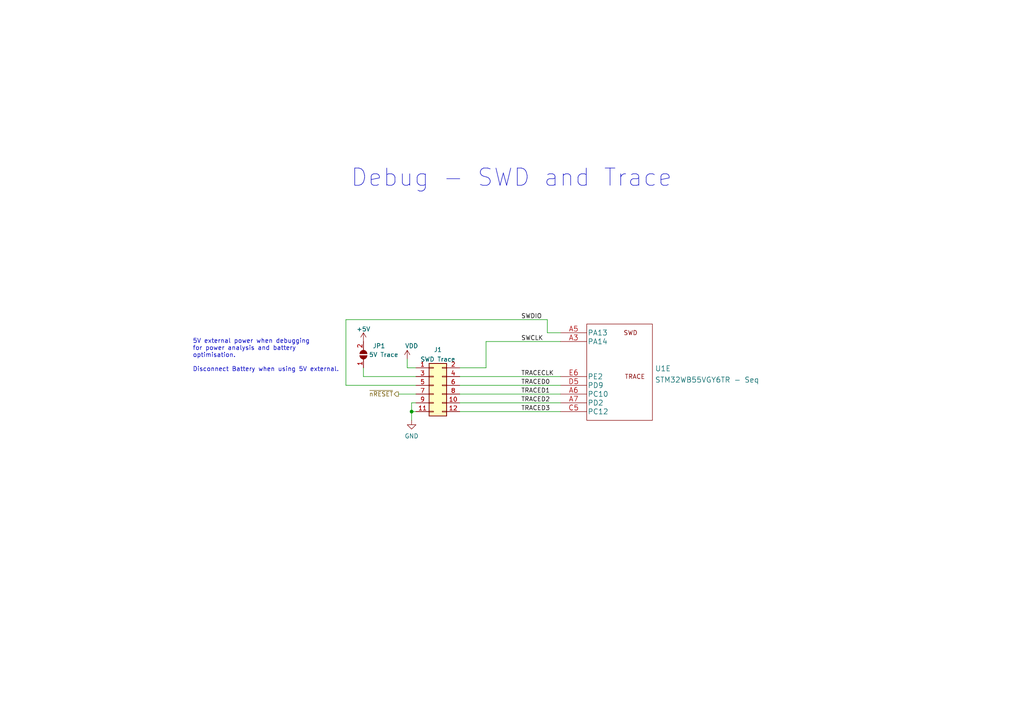
<source format=kicad_sch>
(kicad_sch (version 20211123) (generator eeschema)
  (paper "A4")
  (title_block (title "TekTag BioSensor") (date "2023-05-18") (rev "0.2 alpha") (company "© 2023 TekLabs Digital Pty Ltd") (comment 1 "Designed by Trevor Attema") (comment 2 "MIT License "))
  (lib_symbols
    (symbol "Connector_Generic:Conn_02x06_Odd_Even" (pin_names (offset 1.016) hide)
      (property "Reference" "J" (at 1.27 7.62 0))
      (property "Value" "Conn_02x06_Odd_Even" (at 1.27 -10.16 0))
      (symbol "Conn_02x06_Odd_Even_1_1"
        (rectangle (start -1.27 -7.493) (end 0 -7.747) (stroke (width 0.1524)))
        (rectangle (start -1.27 -4.953) (end 0 -5.207) (stroke (width 0.1524)))
        (rectangle (start -1.27 -2.413) (end 0 -2.667) (stroke (width 0.1524)))
        (rectangle (start -1.27 0.127) (end 0 -0.127) (stroke (width 0.1524)))
        (rectangle (start -1.27 2.667) (end 0 2.413) (stroke (width 0.1524)))
        (rectangle (start -1.27 5.207) (end 0 4.953) (stroke (width 0.1524)))
        (rectangle (start -1.27 6.35) (end 3.81 -8.89) (stroke (width 0.254)) (fill (type background)))
        (rectangle (start 3.81 -7.493) (end 2.54 -7.747) (stroke (width 0.1524)))
        (rectangle (start 3.81 -4.953) (end 2.54 -5.207) (stroke (width 0.1524)))
        (rectangle (start 3.81 -2.413) (end 2.54 -2.667) (stroke (width 0.1524)))
        (rectangle (start 3.81 0.127) (end 2.54 -0.127) (stroke (width 0.1524)))
        (rectangle (start 3.81 2.667) (end 2.54 2.413) (stroke (width 0.1524)))
        (rectangle (start 3.81 5.207) (end 2.54 4.953) (stroke (width 0.1524)))
        (pin passive line (at -5.08 5.08 0) (length 3.81) (name "Pin_1") (number "1"))
        (pin passive line (at 7.62 -5.08 180) (length 3.81) (name "Pin_10") (number "10"))
        (pin passive line (at -5.08 -7.62 0) (length 3.81) (name "Pin_11") (number "11"))
        (pin passive line (at 7.62 -7.62 180) (length 3.81) (name "Pin_12") (number "12"))
        (pin passive line (at 7.62 5.08 180) (length 3.81) (name "Pin_2") (number "2"))
        (pin passive line (at -5.08 2.54 0) (length 3.81) (name "Pin_3") (number "3"))
        (pin passive line (at 7.62 2.54 180) (length 3.81) (name "Pin_4") (number "4"))
        (pin passive line (at -5.08 0 0) (length 3.81) (name "Pin_5") (number "5"))
        (pin passive line (at 7.62 0 180) (length 3.81) (name "Pin_6") (number "6"))
        (pin passive line (at -5.08 -2.54 0) (length 3.81) (name "Pin_7") (number "7"))
        (pin passive line (at 7.62 -2.54 180) (length 3.81) (name "Pin_8") (number "8"))
        (pin passive line (at -5.08 -5.08 0) (length 3.81) (name "Pin_9") (number "9"))
      )
    )
    (symbol "Jumper:SolderJumper_2_Open" (pin_names (offset 0) hide)
      (property "Reference" "JP" (at 0 2.032 0))
      (property "Value" "SolderJumper_2_Open" (at 0 -2.54 0))
      (symbol "SolderJumper_2_Open_0_1"
        (arc (start -0.254 1.016) (mid -1.27 0) (end -0.254 -1.016))
        (arc (start -0.254 1.016) (mid -1.27 0) (end -0.254 -1.016) (fill (type outline)))
        (polyline (pts (xy -0.254 1.016) (xy -0.254 -1.016)))
        (polyline (pts (xy 0.254 1.016) (xy 0.254 -1.016)))
        (arc (start 0.254 -1.016) (mid 1.27 0) (end 0.254 1.016))
        (arc (start 0.254 -1.016) (mid 1.27 0) (end 0.254 1.016) (fill (type outline)))
      )
      (symbol "SolderJumper_2_Open_1_1"
        (pin passive line (at -3.81 0 0) (length 2.54) (name "A") (number "1"))
        (pin passive line (at 3.81 0 180) (length 2.54) (name "B") (number "2"))
      )
    )
    (symbol "TekLabs:STM32WB55VGY6TR - Seq" (pin_names (offset 0.254))
      (property "Reference" "U" (at 7.62 1.27 0))
      (property "Value" "STM32WB55VGY6TR - Seq" (at 21.59 5.08 0))
      (symbol "STM32WB55VGY6TR - Seq_1_1"
        (rectangle (start 7.62 -1.27) (end 46.99 -116.84) (stroke (width 0.1524)))
        (text "GPIO" (at 41.91 -114.3 0) (effects (font (size 1.27 1.27))))
        (pin bidirectional line (at 0 -3.81 0) (length 7.62) (name "PA11") (number "A1"))
        (pin bidirectional line (at 0 -6.35 0) (length 7.62) (name "PA12") (number "A2"))
        (pin bidirectional line (at 0 -11.43 0) (length 7.62) (name "PA15") (number "A4"))
        (pin bidirectional line (at 0 -21.59 0) (length 7.62) (name "PD7") (number "A8"))
        (pin bidirectional line (at 0 -24.13 0) (length 7.62) (name "PB3") (number "A9"))
        (pin bidirectional line (at 0 -44.45 0) (length 7.62) (name "PE1") (number "B10"))
        (pin bidirectional line (at 0 -29.21 0) (length 7.62) (name "PC9") (number "B4"))
        (pin bidirectional line (at 0 -31.75 0) (length 7.62) (name "PA10") (number "B5"))
        (pin bidirectional line (at 0 -34.29 0) (length 7.62) (name "PC11") (number "B6"))
        (pin bidirectional line (at 0 -36.83 0) (length 7.62) (name "PD5") (number "B7"))
        (pin bidirectional line (at 0 -39.37 0) (length 7.62) (name "PD12") (number "B8"))
        (pin bidirectional line (at 0 -46.99 0) (length 7.62) (name "PB13") (number "C1"))
        (pin bidirectional line (at 0 -49.53 0) (length 7.62) (name "PD3") (number "C2"))
        (pin bidirectional line (at 0 -52.07 0) (length 7.62) (name "PD1") (number "C3"))
        (pin bidirectional line (at 0 -54.61 0) (length 7.62) (name "PD0") (number "C4"))
        (pin bidirectional line (at 0 -59.69 0) (length 7.62) (name "PD6") (number "C6"))
        (pin bidirectional line (at 0 -62.23 0) (length 7.62) (name "PB4") (number "C7"))
        (pin bidirectional line (at 0 -64.77 0) (length 7.62) (name "PE0") (number "C8"))
        (pin bidirectional line (at 0 -67.31 0) (length 7.62) (name "PD13") (number "C9"))
        (pin bidirectional line (at 0 -72.39 0) (length 7.62) (name "PC6") (number "D2"))
        (pin bidirectional line (at 0 -74.93 0) (length 7.62) (name "PD4") (number "D3"))
        (pin bidirectional line (at 0 -77.47 0) (length 7.62) (name "PD8") (number "D4"))
        (pin bidirectional line (at 0 -82.55 0) (length 7.62) (name "PB5") (number "D6"))
        (pin bidirectional line (at 0 -85.09 0) (length 7.62) (name "PB7") (number "D7"))
        (pin bidirectional line (at 0 -87.63 0) (length 7.62) (name "PD14") (number "D8"))
        (pin bidirectional line (at 0 -113.03 0) (length 7.62) (name "PH0") (number "E10"))
        (pin bidirectional line (at 0 -92.71 0) (length 7.62) (name "PB14") (number "E2"))
        (pin bidirectional line (at 0 -95.25 0) (length 7.62) (name "PC7") (number "E3"))
        (pin bidirectional line (at 0 -97.79 0) (length 7.62) (name "PD10") (number "E4"))
        (pin bidirectional line (at 0 -100.33 0) (length 7.62) (name "PD11") (number "E5"))
        (pin bidirectional line (at 0 -105.41 0) (length 7.62) (name "PD15") (number "E7"))
        (pin bidirectional line (at 0 -110.49 0) (length 7.62) (name "PH1") (number "E9"))
        (pin bidirectional line (at 54.61 -81.28 180) (length 7.62) (name "PB9") (number "F10"))
        (pin bidirectional line (at 54.61 -99.06 180) (length 7.62) (name "PB15") (number "F3"))
        (pin bidirectional line (at 54.61 -96.52 180) (length 7.62) (name "PC8") (number "F4"))
        (pin bidirectional line (at 54.61 -93.98 180) (length 7.62) (name "PB6") (number "F5"))
        (pin bidirectional line (at 54.61 -91.44 180) (length 7.62) (name "PA2") (number "F6"))
        (pin bidirectional line (at 54.61 -88.9 180) (length 7.62) (name "PB8") (number "F7"))
        (pin bidirectional line (at 54.61 -86.36 180) (length 7.62) (name "PC0") (number "F8"))
        (pin power_in line (at 54.61 -76.2 180) (length 7.62) (name "PE4") (number "G1"))
        (pin bidirectional line (at 54.61 -53.34 180) (length 7.62) (name "PC3") (number "G10"))
        (pin bidirectional line (at 54.61 -73.66 180) (length 7.62) (name "PE3") (number "G2"))
        (pin bidirectional line (at 54.61 -71.12 180) (length 7.62) (name "PB12") (number "G3"))
        (pin bidirectional line (at 54.61 -68.58 180) (length 7.62) (name "PC4") (number "G4"))
        (pin bidirectional line (at 54.61 -66.04 180) (length 7.62) (name "PC13") (number "G5"))
        (pin bidirectional line (at 54.61 -63.5 180) (length 7.62) (name "PA1") (number "G6"))
        (pin bidirectional line (at 54.61 -60.96 180) (length 7.62) (name "PA0") (number "G7"))
        (pin bidirectional line (at 54.61 -58.42 180) (length 7.62) (name "PC1") (number "G8"))
        (pin bidirectional line (at 54.61 -55.88 180) (length 7.62) (name "PC2") (number "G9"))
        (pin bidirectional line (at 54.61 -48.26 180) (length 7.62) (name "PB1") (number "H1"))
        (pin bidirectional line (at 54.61 -43.18 180) (length 7.62) (name "PC5") (number "H5"))
        (pin bidirectional line (at 54.61 -40.64 180) (length 7.62) (name "PA7") (number "H6"))
        (pin bidirectional line (at 54.61 -38.1 180) (length 7.62) (name "PA6") (number "H7"))
        (pin bidirectional line (at 54.61 -31.75 180) (length 7.62) (name "PB11") (number "J6"))
        (pin bidirectional line (at 54.61 -29.21 180) (length 7.62) (name "PA8") (number "J7"))
        (pin bidirectional line (at 54.61 -26.67 180) (length 7.62) (name "PA3") (number "J8"))
        (pin bidirectional line (at 54.61 -3.81 180) (length 7.62) (name "PA4") (number "K10"))
        (pin bidirectional line (at 54.61 -13.97 180) (length 7.62) (name "PB10") (number "K6"))
        (pin bidirectional line (at 54.61 -11.43 180) (length 7.62) (name "PB2") (number "K7"))
        (pin bidirectional line (at 54.61 -8.89 180) (length 7.62) (name "PA9") (number "K8"))
        (pin bidirectional line (at 54.61 -6.35 180) (length 7.62) (name "PA5") (number "K9"))
      )
      (symbol "STM32WB55VGY6TR - Seq_2_1"
        (rectangle (start 7.62 -1.27) (end 33.02 -54.61) (stroke (width 0.1524)))
        (text "Power" (at 29.21 -52.07 0) (effects (font (size 1.27 1.27))))
        (pin power_in line (at 0 -5.08 0) (length 7.62) (name "VDD") (number "A10"))
        (pin power_in line (at 0 -7.62 0) (length 7.62) (name "VDD") (number "B1"))
        (pin power_in line (at 0 -44.45 0) (length 7.62) (name "VSS") (number "B2"))
        (pin power_in line (at 0 -22.86 0) (length 7.62) (name "VDDUSB") (number "B3"))
        (pin power_in line (at 0 -46.99 0) (length 7.62) (name "VSS") (number "B9"))
        (pin power_in line (at 0 -17.78 0) (length 7.62) (name "VBAT") (number "C10"))
        (pin power_in line (at 0 -36.83 0) (length 7.62) (name "VSSA") (number "H10"))
        (pin power_in line (at 0 -29.21 0) (length 7.62) (name "VREF+") (number "H8"))
        (pin power_in line (at 0 -33.02 0) (length 7.62) (name "VDDA") (number "H9"))
        (pin power_in line (at 0 -10.16 0) (length 7.62) (name "VDD") (number "J10"))
        (pin power_in line (at 40.64 -5.08 180) (length 7.62) (name "VDDRF") (number "J3"))
        (pin power_in line (at 40.64 -15.24 180) (length 7.62) (name "VSSRF") (number "J4"))
        (pin power_in line (at 0 -49.53 0) (length 7.62) (name "VSS") (number "J5"))
        (pin power_in line (at 0 -52.07 0) (length 7.62) (name "VSS") (number "J9"))
        (pin power_in line (at 40.64 -19.05 180) (length 7.62) (name "VSSRF") (number "K1"))
        (pin power_in line (at 40.64 -21.59 180) (length 7.62) (name "VSSRF") (number "K2"))
        (pin power_in line (at 0 -13.97 0) (length 7.62) (name "VDD") (number "K5"))
      )
      (symbol "STM32WB55VGY6TR - Seq_3_1"
        (rectangle (start 7.62 -2.54) (end 29.21 -29.21) (stroke (width 0.1524)))
        (text "SMPS" (at 25.4 -25.4 0) (effects (font (size 1.27 1.27))))
        (pin power_in line (at 0 -7.62 0) (length 7.62) (name "VDDSMPS") (number "D1"))
        (pin power_in line (at 0 -12.7 0) (length 7.62) (name "VLXSMPS") (number "E1"))
        (pin power_in line (at 0 -25.4 0) (length 7.62) (name "VSSSMPS") (number "F1"))
        (pin power_in line (at 0 -19.05 0) (length 7.62) (name "VFBSMPS") (number "F2"))
      )
      (symbol "STM32WB55VGY6TR - Seq_4_1"
        (rectangle (start 7.62 -1.27) (end 41.91 -43.18) (stroke (width 0.1524)))
        (pin bidirectional line (at 0 -31.75 0) (length 7.62) (name "PC14-OSC32_IN") (number "D10"))
        (pin bidirectional line (at 0 -39.37 0) (length 7.62) (name "PC15-OSC32_OUT") (number "D9"))
        (pin bidirectional line (at 49.53 -22.86 180) (length 7.62) (name "PH3-BOOT0") (number "E8"))
        (pin bidirectional line (at 49.53 -12.7 180) (length 7.62) (name "NRST") (number "F9"))
        (pin bidirectional line (at 49.53 -39.37 180) (length 7.62) (name "PB0") (number "H2"))
        (pin bidirectional line (at 49.53 -8.89 180) (length 7.62) (name "AT0") (number "H3"))
        (pin bidirectional line (at 49.53 -5.08 180) (length 7.62) (name "AT1") (number "H4"))
        (pin bidirectional line (at 1.27 -12.7 0) (length 7.62) (name "OSC_IN") (number "J1"))
        (pin bidirectional line (at 0 -5.08 0) (length 7.62) (name "OSC_OUT") (number "J2"))
        (pin bidirectional line (at 49.53 -35.56 180) (length 7.62) (name "RF0") (number "K3"))
        (pin bidirectional line (at 49.53 -31.75 180) (length 7.62) (name "RF1") (number "K4"))
      )
      (symbol "STM32WB55VGY6TR - Seq_5_1"
        (rectangle (start 7.62 -1.27) (end 26.67 -29.21) (stroke (width 0.1524)))
        (text "SWD" (at 20.32 -3.81 0) (effects (font (size 1.27 1.27))))
        (text "TRACE" (at 21.59 -16.51 0) (effects (font (size 1.27 1.27))))
        (pin bidirectional line (at 0 -6.35 0) (length 7.62) (name "PA14") (number "A3"))
        (pin bidirectional line (at 0 -3.81 0) (length 7.62) (name "PA13") (number "A5"))
        (pin bidirectional line (at 0 -21.59 0) (length 7.62) (name "PC10") (number "A6"))
        (pin bidirectional line (at 0 -24.13 0) (length 7.62) (name "PD2") (number "A7"))
        (pin bidirectional line (at 0 -26.67 0) (length 7.62) (name "PC12") (number "C5"))
        (pin bidirectional line (at 0 -19.05 0) (length 7.62) (name "PD9") (number "D5"))
        (pin bidirectional line (at 0 -16.51 0) (length 7.62) (name "PE2") (number "E6"))
      )
    )
    (symbol "power:+5V" (power) (pin_names (offset 0))
      (property "Value" "+5V" (at 0 3.556 0))
      (symbol "+5V_0_1"
        (polyline (pts (xy -0.762 1.27) (xy 0 2.54)))
        (polyline (pts (xy 0 0) (xy 0 2.54)))
        (polyline (pts (xy 0 2.54) (xy 0.762 1.27)))
      )
      (symbol "+5V_1_1"
        (pin power_in line (at 0 0 90) (length 0) hide (name "+5V") (number "1"))
      )
    )
    (symbol "power:GND" (power) (pin_names (offset 0))
      (property "Value" "GND" (at 0 -3.81 0))
      (symbol "GND_0_1"
        (polyline (pts (xy 0 0) (xy 0 -1.27) (xy 1.27 -1.27) (xy 0 -2.54) (xy -1.27 -1.27) (xy 0 -1.27)))
      )
      (symbol "GND_1_1"
        (pin power_in line (at 0 0 270) (length 0) hide (name "GND") (number "1"))
      )
    )
    (symbol "power:VDD" (power) (pin_names (offset 0))
      (property "Value" "VDD" (at 0 3.81 0))
      (symbol "VDD_0_1"
        (polyline (pts (xy -0.762 1.27) (xy 0 2.54)))
        (polyline (pts (xy 0 0) (xy 0 2.54)))
        (polyline (pts (xy 0 2.54) (xy 0.762 1.27)))
      )
      (symbol "VDD_1_1"
        (pin power_in line (at 0 0 90) (length 0) hide (name "VDD") (number "1"))
      )
    )
  )
  (junction (at 119.38 119.38))
  (wire (pts (xy 105.41 106.68) (xy 105.41 109.22)))
  (wire (pts (xy 119.38 119.38) (xy 119.38 121.92)))
  (wire (pts (xy 140.97 99.06) (xy 140.97 106.68)))
  (wire (pts (xy 158.75 96.52) (xy 162.56 96.52)))
  (wire (pts (xy 119.38 116.84) (xy 119.38 119.38)))
  (wire (pts (xy 120.65 116.84) (xy 119.38 116.84)))
  (wire (pts (xy 158.75 92.71) (xy 158.75 96.52)))
  (wire (pts (xy 100.33 92.71) (xy 158.75 92.71)))
  (wire (pts (xy 133.35 109.22) (xy 162.56 109.22)))
  (wire (pts (xy 133.35 111.76) (xy 162.56 111.76)))
  (wire (pts (xy 118.11 106.68) (xy 118.11 104.14)))
  (wire (pts (xy 133.35 114.3) (xy 162.56 114.3)))
  (wire (pts (xy 100.33 111.76) (xy 120.65 111.76)))
  (wire (pts (xy 120.65 106.68) (xy 118.11 106.68)))
  (wire (pts (xy 162.56 99.06) (xy 140.97 99.06)))
  (wire (pts (xy 105.41 109.22) (xy 120.65 109.22)))
  (wire (pts (xy 120.65 114.3) (xy 115.57 114.3)))
  (wire (pts (xy 100.33 92.71) (xy 100.33 111.76)))
  (wire (pts (xy 133.35 119.38) (xy 162.56 119.38)))
  (wire (pts (xy 133.35 116.84) (xy 162.56 116.84)))
  (wire (pts (xy 140.97 106.68) (xy 133.35 106.68)))
  (wire (pts (xy 119.38 119.38) (xy 120.65 119.38)))
  (text "5V external power when debugging\nfor power analysis and battery\noptimisation.\n\nDisconnect Battery when using 5V external." (at 55.88 107.95 0) (effects (font (size 1.27 1.27)) (justify left bottom)))
  (text "Debug - SWD and Trace" (at 101.6 54.61 0) (effects (font (size 5 5)) (justify left bottom)))
  (label "SWDIO" (at 151.13 92.71 0))
  (label "TRACED1" (at 151.13 114.3 0))
  (label "TRACED2" (at 151.13 116.84 0))
  (label "TRACED3" (at 151.13 119.38 0))
  (label "SWCLK" (at 151.13 99.06 0))
  (label "TRACECLK" (at 151.13 109.22 0))
  (label "TRACED0" (at 151.13 111.76 0))
  (hierarchical_label "~{nRESET}" (shape output) (at 115.57 114.3 180))
  (symbol (lib_id "Jumper:SolderJumper_2_Open") (at 105.41 102.87 270) (mirror x) (unit 1)
    (property "Reference" "JP1" (at 111.76 100.33 90) (effects (justify right)))
    (property "Value" "5V Trace" (at 115.57 102.87 90) (effects (justify right)))
    (property "Footprint" "TekLabs:MicroJump-Open" (effects hide))
  )
  (symbol (lib_id "power:VDD") (at 118.11 104.14 0) (unit 1)
    (property "Reference" "#PWR0101" (effects hide))
    (property "Value" "VDD" (at 119.38 100.33 0))
  )
  (symbol (lib_id "TekLabs:STM32WB55VGY6TR - Seq") (at 162.56 92.71 0) (unit 5)
    (property "Reference" "U1" (at 189.9412 106.8853 0) (effects (font (size 1.524 1.524)) (justify left)))
    (property "Value" "STM32WB55VGY6TR - Seq" (at 189.9412 110.1643 0) (effects (font (size 1.524 1.524)) (justify left)))
    (property "Footprint" "TekLabs:STM32WB55VGY6TR" (effects hide))
  )
  (symbol (lib_id "power:+5V") (at 105.41 99.06 0) (unit 1)
    (property "Reference" "#PWR0103" (effects hide))
    (property "Value" "+5V" (at 105.41 95.4555 0))
  )
  (symbol (lib_id "power:GND") (at 119.38 121.92 0) (unit 1)
    (property "Reference" "#PWR0102" (effects hide))
    (property "Value" "GND" (at 119.38 126.4825 0))
  )
  (symbol (lib_id "Connector_Generic:Conn_02x06_Odd_Even") (at 125.73 111.76 0) (unit 1)
    (property "Reference" "J1" (at 127 101.4435 0))
    (property "Value" "SWD Trace" (at 127 104.2186 0))
    (property "Footprint" "TekLabs:MOLEX_5035481220" (effects hide))
    (property "Digikey" "1-1734839-2" (effects hide))
  )
)
</source>
